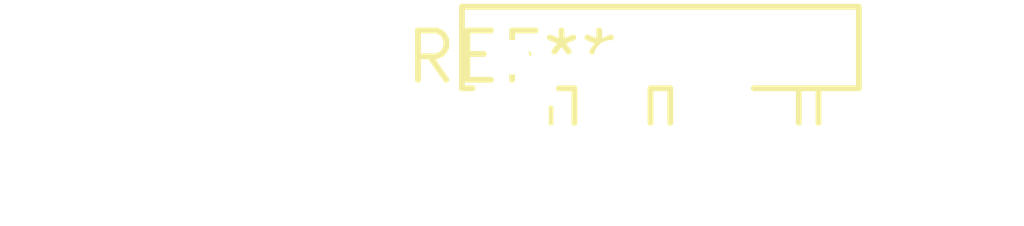
<source format=kicad_pcb>
(kicad_pcb (version 20240108) (generator pcbnew)
  (layers (0 "F.Cu" signal) (31 "B.Cu" signal) (34 "B.Paste" user) (35 "F.Paste" user) (36 "B.SilkS" user "B.Silkscreen") (37 "F.SilkS" user "F.Silkscreen") (38 "B.Mask" user) (39 "F.Mask" user) (44 "Edge.Cuts" user))
  (net 0 "")
  (footprint "PowerIntegrations_eSIP-7C" (layer "F.Cu") (at 0 0)
    (property "Reference" "REF**")
    (property "Value" "PowerIntegrations_eSIP-7C")
    (fp_line (start -1.29 -1.3014) (end 8.87 -1.3014) (layer "F.SilkS") (stroke (width 0.15)))
    (fp_line (start -1.29 0.7986) (end -1.29 -1.3014) (layer "F.SilkS") (stroke (width 0.15)))
    (fp_line (start -1.016 0.7986) (end -1.29 0.7986) (layer "F.SilkS") (stroke (width 0.15)))
    (fp_line (start 1 1.7) (end 1 1.3) (layer "F.SilkS") (stroke (width 0.12)))
    (fp_line (start 1.6 0.8) (end 1.2 0.8) (layer "F.SilkS") (stroke (width 0.15)))
    (fp_line (start 1.6 0.8) (end 1.6 1.689) (layer "F.SilkS") (stroke (width 0.15)))
    (fp_line (start 3.556 0.8) (end 3.556 1.689) (layer "F.SilkS") (stroke (width 0.15)))
    (fp_line (start 4.064 0.8) (end 3.556 0.8) (layer "F.SilkS") (stroke (width 0.15)))
    (fp_line (start 4.064 0.8) (end 4.064 1.689) (layer "F.SilkS") (stroke (width 0.15)))
    (fp_line (start 7.366 1.689) (end 7.366 0.8) (layer "F.SilkS") (stroke (width 0.15)))
    (fp_line (start 7.874 1.689) (end 7.874 0.8) (layer "F.SilkS") (stroke (width 0.15)))
    (fp_line (start 8.91 0.7986) (end 6.21 0.7986) (layer "F.SilkS") (stroke (width 0.15)))
    (fp_line (start 8.91 0.7986) (end 8.91 -1.3014) (layer "F.SilkS") (stroke (width 0.15)))
    (pad "1" thru_hole rect (at 0 0) (size 1.778 2.159) (drill 0.889) (layers *.Cu *.Mask) (remove_unused_layers))
    (pad "2" thru_hole oval (at 1.27 2.9972) (size 1.778 2.159) (drill 0.889) (layers *.Cu *.Mask) (remove_unused_layers))
    (pad "3" thru_hole oval (at 2.54 0) (size 1.778 2.159) (drill 0.889) (layers *.Cu *.Mask) (remove_unused_layers))
    (pad "4" thru_hole oval (at 3.81 2.9972) (size 1.778 2.159) (drill 0.889) (layers *.Cu *.Mask) (remove_unused_layers))
    (pad "5" thru_hole oval (at 5.08 0) (size 1.778 2.159) (drill 0.889) (layers *.Cu *.Mask) (remove_unused_layers))
    (pad "7" thru_hole oval (at 7.62 2.9972) (size 1.778 2.159) (drill 0.889) (layers *.Cu *.Mask) (remove_unused_layers))
  )
)
</source>
